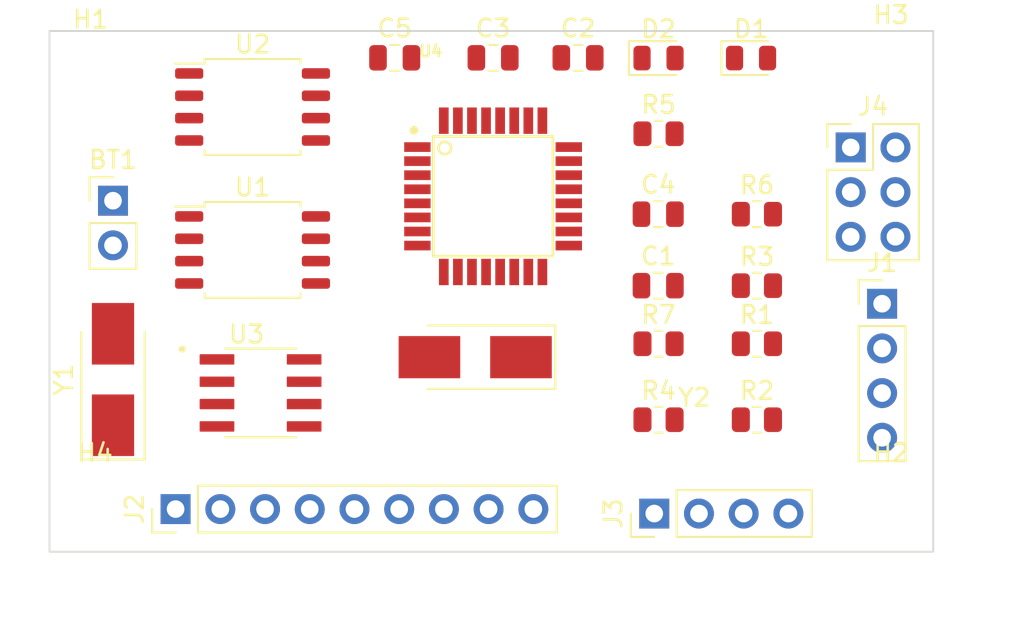
<source format=kicad_pcb>
(kicad_pcb (version 20211014) (generator pcbnew)
  (title_block (title "MCU datalogger") (date "2022-07-31") (rev "V1.0") (comment 1 "Casper Tak") (comment 2 "2-layer-PCB-version"))
  (layers (0 "F.Cu" mixed) (31 "B.Cu" mixed) (34 "B.Paste" user) (35 "F.Paste" user) (36 "B.SilkS" user "B.Silkscreen") (37 "F.SilkS" user "F.Silkscreen") (38 "B.Mask" user) (39 "F.Mask" user) (44 "Edge.Cuts" user))
  (property "project_name" "MCU Datalogger with memory and clock")
  (net 0 "")
  (net 1 "Net-(BT1-Pad1)")
  (net 2 "GND")
  (net 3 "/Vcc")
  (net 4 "Net-(U4-Pad17)")
  (net 5 "Net-(U4-Pad6)")
  (net 6 "Net-(U4-Pad5)")
  (net 7 "Net-(D1-Pad1)")
  (net 8 "/SCL")
  (net 9 "Net-(D2-Pad1)")
  (net 10 "/SDA")
  (net 11 "/D2")
  (net 12 "/D3")
  (net 13 "/D4")
  (net 14 "/D5")
  (net 15 "/D6")
  (net 16 "/D7")
  (net 17 "/D8")
  (net 18 "/RX")
  (net 19 "/TX")
  (net 20 "/MISO")
  (net 21 "/MOSI")
  (net 22 "/RESET")
  (net 23 "Net-(R2-Pad2)")
  (net 24 "Net-(R4-Pad2)")
  (net 25 "Net-(U3-Pad1)")
  (net 26 "Net-(U3-Pad2)")
  (footprint "Connector_PinHeader_2.54mm:PinHeader_1x04_P2.54mm_Vertical" (layer "F.Cu") (at 94.996 103.134)
    (fp_text reference "J1" (at 0 -2.33) (layer "F.SilkS"))
    (fp_text value "Conn_01x04_Male")
    (fp_line (start -1.33 -1.33) (end 0 -1.33) (layer "F.SilkS") (width 0.12))
    (fp_line (start -1.33 1.27) (end -1.33 8.95) (layer "F.SilkS") (width 0.12))
    (fp_line (start -1.33 0) (end -1.33 -1.33) (layer "F.SilkS") (width 0.12))
    (fp_line (start -1.33 1.27) (end 1.33 1.27) (layer "F.SilkS") (width 0.12))
    (fp_line (start 1.33 1.27) (end 1.33 8.95) (layer "F.SilkS") (width 0.12))
    (fp_line (start -1.33 8.95) (end 1.33 8.95) (layer "F.SilkS") (width 0.12))
    (pad "1" thru_hole rect (at 0 0) (size 1.7 1.7) (drill 1) (layers *.Cu *.Mask) (net 2 "GND"))
    (pad "2" thru_hole oval (at 0 2.54) (size 1.7 1.7) (drill 1) (layers *.Cu *.Mask) (net 3 "/Vcc"))
    (pad "3" thru_hole oval (at 0 5.08) (size 1.7 1.7) (drill 1) (layers *.Cu *.Mask) (net 10 "/SDA"))
    (pad "4" thru_hole oval (at 0 7.62) (size 1.7 1.7) (drill 1) (layers *.Cu *.Mask) (net 8 "/SCL"))
  )
  (footprint "Resistor_SMD:R_0805_2012Metric" (layer "F.Cu") (at 87.884 102.108)
    (fp_text reference "R3" (at 0 -1.65) (layer "F.SilkS"))
    (fp_text value "4.7K")
    (fp_line (start -0.227064 0.735) (end 0.227064 0.735) (layer "F.SilkS") (width 0.12))
    (fp_line (start -0.227064 -0.735) (end 0.227064 -0.735) (layer "F.SilkS") (width 0.12))
    (pad "1" smd roundrect (at -0.9125 0) (size 1.025 1.4) (layers "F.Cu" "F.Paste" "F.Mask") (roundrect_rratio 0.243902) (net 3 "/Vcc"))
    (pad "2" smd roundrect (at 0.9125 0) (size 1.025 1.4) (layers "F.Cu" "F.Paste" "F.Mask") (roundrect_rratio 0.243902) (net 10 "/SDA"))
  )
  (footprint "Capacitor_SMD:C_0805_2012Metric" (layer "F.Cu") (at 72.898 89.154)
    (fp_text reference "C3" (at 0 -1.68) (layer "F.SilkS"))
    (fp_text value "100nf")
    (fp_line (start -0.261252 0.735) (end 0.261252 0.735) (layer "F.SilkS") (width 0.12))
    (fp_line (start -0.261252 -0.735) (end 0.261252 -0.735) (layer "F.SilkS") (width 0.12))
    (pad "1" smd roundrect (at -0.95 0) (size 1 1.45) (layers "F.Cu" "F.Paste" "F.Mask") (net 1 "Net-(BT1-Pad1)"))
    (pad "2" smd roundrect (at 0.95 0) (size 1 1.45) (layers "F.Cu" "F.Paste" "F.Mask") (net 2 "GND"))
  )
  (footprint "Footprints:QFP80P900X900X120-32N" (layer "F.Cu") (at 72.898 97.028)
    (fp_text reference "U4" (at -3.543445 -8.250303) (layer "F.SilkS") (effects (font (size 0.641239 0.641239))))
    (fp_text value "ATMEGA328P_VQFNVQFN")
    (fp_line (start 3.4 -3.4) (end 3.4 3.4) (layer "F.SilkS") (width 0.1524))
    (fp_line (start -3.4 3.4) (end -3.4 -3.4) (layer "F.SilkS") (width 0.1524))
    (fp_line (start 3.4 3.4) (end -3.4 3.4) (layer "F.SilkS") (width 0.1524))
    (fp_line (start -3.4 -3.4) (end 3.4 -3.4) (layer "F.SilkS") (width 0.1524))
    (fp_circle (center -2.7432 -2.7432) (end -2.384 -2.7432) (layer "F.SilkS") (width 0.1524) (fill none))
    (fp_circle (center -4.5 -3.75) (end -4.246 -3.75) (layer "F.SilkS") (width 0) (fill solid))
    (pad "1" smd rect locked (at -4.3 -2.8) (size 1.5 0.55) (layers "F.Cu" "F.Paste" "F.Mask") (net 12 "/D3"))
    (pad "2" smd rect locked (at -4.3 -2) (size 1.5 0.55) (layers "F.Cu" "F.Paste" "F.Mask") (net 13 "/D4"))
    (pad "3" smd rect locked (at -4.3 -1.2) (size 1.5 0.55) (layers "F.Cu" "F.Paste" "F.Mask") (net 1 "Net-(BT1-Pad1)"))
    (pad "4" smd rect locked (at -4.3 -0.4) (size 1.5 0.55) (layers "F.Cu" "F.Paste" "F.Mask") (net 2 "GND"))
    (pad "5" smd rect locked (at -4.3 0.4) (size 1.5 0.55) (layers "F.Cu" "F.Paste" "F.Mask") (net 6 "Net-(U4-Pad5)"))
    (pad "6" smd rect locked (at -4.3 1.2) (size 1.5 0.55) (layers "F.Cu" "F.Paste" "F.Mask") (net 5 "Net-(U4-Pad6)"))
    (pad "7" smd rect locked (at -4.3 2) (size 1.5 0.55) (layers "F.Cu" "F.Paste" "F.Mask") (net 14 "/D5"))
    (pad "8" smd rect locked (at -4.3 2.8) (size 1.5 0.55) (layers "F.Cu" "F.Paste" "F.Mask") (net 15 "/D6"))
    (pad "9" smd rect locked (at -2.8 4.3) (size 0.55 1.5) (layers "F.Cu" "F.Paste" "F.Mask") (net 16 "/D7"))
    (pad "10" smd rect locked (at -2 4.3) (size 0.55 1.5) (layers "F.Cu" "F.Paste" "F.Mask") (net 17 "/D8"))
    (pad "11" smd rect locked (at -1.2 4.3) (size 0.55 1.5) (layers "F.Cu" "F.Paste" "F.Mask"))
    (pad "12" smd rect locked (at -0.4 4.3) (size 0.55 1.5) (layers "F.Cu" "F.Paste" "F.Mask"))
    (pad "13" smd rect locked (at 0.4 4.3) (size 0.55 1.5) (layers "F.Cu" "F.Paste" "F.Mask") (net 21 "/MOSI"))
    (pad "14" smd rect locked (at 1.2 4.3) (size 0.55 1.5) (layers "F.Cu" "F.Paste" "F.Mask") (net 20 "/MISO"))
    (pad "15" smd rect locked (at 2 4.3) (size 0.55 1.5) (layers "F.Cu" "F.Paste" "F.Mask") (net 8 "/SCL"))
    (pad "16" smd rect locked (at 2.8 4.3) (size 0.55 1.5) (layers "F.Cu" "F.Paste" "F.Mask") (net 1 "Net-(BT1-Pad1)"))
    (pad "17" smd rect locked (at 4.3 2.8) (size 1.5 0.55) (layers "F.Cu" "F.Paste" "F.Mask") (net 4 "Net-(U4-Pad17)"))
    (pad "18" smd rect locked (at 4.3 2) (size 1.5 0.55) (layers "F.Cu" "F.Paste" "F.Mask") (net 2 "GND"))
    (pad "19" smd rect locked (at 4.3 1.2) (size 1.5 0.55) (layers "F.Cu" "F.Paste" "F.Mask"))
    (pad "20" smd rect locked (at 4.3 0.4) (size 1.5 0.55) (layers "F.Cu" "F.Paste" "F.Mask"))
    (pad "21" smd rect locked (at 4.3 -0.4) (size 1.5 0.55) (layers "F.Cu" "F.Paste" "F.Mask"))
    (pad "22" smd rect locked (at 4.3 -1.2) (size 1.5 0.55) (layers "F.Cu" "F.Paste" "F.Mask"))
    (pad "23" smd rect locked (at 4.3 -2) (size 1.5 0.55) (layers "F.Cu" "F.Paste" "F.Mask") (net 10 "/SDA"))
    (pad "24" smd rect locked (at 4.3 -2.8) (size 1.5 0.55) (layers "F.Cu" "F.Paste" "F.Mask") (net 8 "/SCL"))
    (pad "25" smd rect locked (at 2.8 -4.3) (size 0.55 1.5) (layers "F.Cu" "F.Paste" "F.Mask") (net 22 "/RESET"))
    (pad "26" smd rect locked (at 2 -4.3) (size 0.55 1.5) (layers "F.Cu" "F.Paste" "F.Mask") (net 18 "/RX"))
    (pad "27" smd rect locked (at 1.2 -4.3) (size 0.55 1.5) (layers "F.Cu" "F.Paste" "F.Mask") (net 19 "/TX"))
    (pad "28" smd rect locked (at 0.4 -4.3) (size 0.55 1.5) (layers "F.Cu" "F.Paste" "F.Mask") (net 11 "/D2"))
    (pad "29" smd rect locked (at -0.4 -4.3) (size 0.55 1.5) (layers "F.Cu" "F.Paste" "F.Mask"))
    (pad "30" smd rect locked (at -1.2 -4.3) (size 0.55 1.5) (layers "F.Cu" "F.Paste" "F.Mask"))
    (pad "31" smd rect locked (at -2 -4.3) (size 0.55 1.5) (layers "F.Cu" "F.Paste" "F.Mask"))
    (pad "32" smd rect locked (at -2.8 -4.3) (size 0.55 1.5) (layers "F.Cu" "F.Paste" "F.Mask"))
  )
  (footprint "Resistor_SMD:R_0805_2012Metric" (layer "F.Cu") (at 87.884 98.044)
    (fp_text reference "R6" (at 0 -1.65) (layer "F.SilkS"))
    (fp_text value "10K")
    (fp_line (start -0.227064 -0.735) (end 0.227064 -0.735) (layer "F.SilkS") (width 0.12))
    (fp_line (start -0.227064 0.735) (end 0.227064 0.735) (layer "F.SilkS") (width 0.12))
    (pad "1" smd roundrect (at -0.9125 0) (size 1.025 1.4) (layers "F.Cu" "F.Paste" "F.Mask") (roundrect_rratio 0.243902) (net 3 "/Vcc"))
    (pad "2" smd roundrect (at 0.9125 0) (size 1.025 1.4) (layers "F.Cu" "F.Paste" "F.Mask") (roundrect_rratio 0.243902) (net 22 "/RESET"))
  )
  (footprint "Capacitor_SMD:C_0805_2012Metric" (layer "F.Cu") (at 67.31 89.154)
    (fp_text reference "C5" (at 0 -1.68) (layer "F.SilkS"))
    (fp_text value "22pf")
    (fp_line (start -0.261252 -0.735) (end 0.261252 -0.735) (layer "F.SilkS") (width 0.12))
    (fp_line (start -0.261252 0.735) (end 0.261252 0.735) (layer "F.SilkS") (width 0.12))
    (pad "1" smd roundrect (at -0.95 0) (size 1 1.45) (layers "F.Cu" "F.Paste" "F.Mask") (net 2 "GND"))
    (pad "2" smd roundrect (at 0.95 0) (size 1 1.45) (layers "F.Cu" "F.Paste" "F.Mask") (net 6 "Net-(U4-Pad5)"))
  )
  (footprint "Connector_PinHeader_2.54mm:PinHeader_2x03_P2.54mm_Vertical" (layer "F.Cu") (at 93.213 94.249)
    (fp_text reference "J4" (at 1.27 -2.33) (layer "F.SilkS"))
    (fp_text value "Conn_02x03_Odd_Even")
    (fp_line (start -1.33 6.41) (end 3.87 6.41) (layer "F.SilkS") (width 0.12))
    (fp_line (start -1.33 1.27) (end 1.27 1.27) (layer "F.SilkS") (width 0.12))
    (fp_line (start -1.33 0) (end -1.33 -1.33) (layer "F.SilkS") (width 0.12))
    (fp_line (start -1.33 -1.33) (end 0 -1.33) (layer "F.SilkS") (width 0.12))
    (fp_line (start 1.27 -1.33) (end 3.87 -1.33) (layer "F.SilkS") (width 0.12))
    (fp_line (start 3.87 -1.33) (end 3.87 6.41) (layer "F.SilkS") (width 0.12))
    (fp_line (start 1.27 1.27) (end 1.27 -1.33) (layer "F.SilkS") (width 0.12))
    (fp_line (start -1.33 1.27) (end -1.33 6.41) (layer "F.SilkS") (width 0.12))
    (pad "1" thru_hole rect (at 0 0) (size 1.7 1.7) (drill 1) (layers *.Cu *.Mask) (net 20 "/MISO"))
    (pad "2" thru_hole oval (at 2.54 0) (size 1.7 1.7) (drill 1) (layers *.Cu *.Mask) (net 3 "/Vcc"))
    (pad "3" thru_hole oval (at 0 2.54) (size 1.7 1.7) (drill 1) (layers *.Cu *.Mask) (net 8 "/SCL"))
    (pad "4" thru_hole oval (at 2.54 2.54) (size 1.7 1.7) (drill 1) (layers *.Cu *.Mask) (net 21 "/MOSI"))
    (pad "5" thru_hole oval (at 0 5.08) (size 1.7 1.7) (drill 1) (layers *.Cu *.Mask) (net 22 "/RESET"))
    (pad "6" thru_hole oval (at 2.54 5.08) (size 1.7 1.7) (drill 1) (layers *.Cu *.Mask) (net 2 "GND"))
  )
  (footprint "Crystal:Crystal_SMD_5032-2Pin_5.0x3.2mm_HandSoldering" (layer "F.Cu") (at 71.882 106.172 180)
    (fp_text reference "Y2" (at -12.446 -2.292) (layer "F.SilkS"))
    (fp_text value "16 MHz")
    (fp_line (start -4.55 1.8) (end 2.7 1.8) (layer "F.SilkS") (width 0.12))
    (fp_line (start 2.7 -1.8) (end -4.55 -1.8) (layer "F.SilkS") (width 0.12))
    (fp_line (start -4.55 -1.8) (end -4.55 1.8) (layer "F.SilkS") (width 0.12))
    (pad "1" smd rect (at -2.6 0 180) (size 3.5 2.4) (layers "F.Cu" "F.Paste" "F.Mask") (net 5 "Net-(U4-Pad6)"))
    (pad "2" smd rect (at 2.6 0 180) (size 3.5 2.4) (layers "F.Cu" "F.Paste" "F.Mask") (net 6 "Net-(U4-Pad5)"))
  )
  (footprint "MountingHole:MountingHole_2.1mm" (layer "F.Cu") (at 50.292 114.808)
    (fp_text reference "H4" (at 0 -3.2) (layer "F.SilkS"))
    (fp_text value "MountingHole")
    (pad "" np_thru_hole circle (at 0 0) (size 2.1 2.1) (drill 2.1) (layers *.Cu *.Mask))
  )
  (footprint "Package_SO:SOIC-8_5.23x5.23mm_P1.27mm" (layer "F.Cu") (at 59.235 91.948)
    (fp_text reference "U2" (at 0 -3.56) (layer "F.SilkS"))
    (fp_text value "24LC1025")
    (fp_line (start -2.725 2.725) (end -2.725 2.465) (layer "F.SilkS") (width 0.12))
    (fp_line (start 0 2.725) (end -2.725 2.725) (layer "F.SilkS") (width 0.12))
    (fp_line (start 0 -2.725) (end 2.725 -2.725) (layer "F.SilkS") (width 0.12))
    (fp_line (start 2.725 -2.725) (end 2.725 -2.465) (layer "F.SilkS") (width 0.12))
    (fp_line (start -2.725 -2.465) (end -4.4 -2.465) (layer "F.SilkS") (width 0.12))
    (fp_line (start 2.725 2.725) (end 2.725 2.465) (layer "F.SilkS") (width 0.12))
    (fp_line (start 0 -2.725) (end -2.725 -2.725) (layer "F.SilkS") (width 0.12))
    (fp_line (start -2.725 -2.725) (end -2.725 -2.465) (layer "F.SilkS") (width 0.12))
    (fp_line (start 0 2.725) (end 2.725 2.725) (layer "F.SilkS") (width 0.12))
    (pad "1" smd roundrect (at -3.6 -1.905) (size 1.6 0.6) (layers "F.Cu" "F.Paste" "F.Mask") (net 3 "/Vcc"))
    (pad "2" smd roundrect (at -3.6 -0.635) (size 1.6 0.6) (layers "F.Cu" "F.Paste" "F.Mask") (net 2 "GND"))
    (pad "3" smd roundrect (at -3.6 0.635) (size 1.6 0.6) (layers "F.Cu" "F.Paste" "F.Mask") (net 3 "/Vcc"))
    (pad "4" smd roundrect (at -3.6 1.905) (size 1.6 0.6) (layers "F.Cu" "F.Paste" "F.Mask") (net 2 "GND"))
    (pad "5" smd roundrect (at 3.6 1.905) (size 1.6 0.6) (layers "F.Cu" "F.Paste" "F.Mask") (net 10 "/SDA"))
    (pad "6" smd roundrect (at 3.6 0.635) (size 1.6 0.6) (layers "F.Cu" "F.Paste" "F.Mask") (net 8 "/SCL"))
    (pad "7" smd roundrect (at 3.6 -0.635) (size 1.6 0.6) (layers "F.Cu" "F.Paste" "F.Mask") (net 2 "GND"))
    (pad "8" smd roundrect (at 3.6 -1.905) (size 1.6 0.6) (layers "F.Cu" "F.Paste" "F.Mask") (net 3 "/Vcc"))
  )
  (footprint "Connector_PinHeader_2.54mm:PinHeader_1x02_P2.54mm_Vertical" (layer "F.Cu") (at 51.308 97.277)
    (fp_text reference "BT1" (at 0 -2.33) (layer "F.SilkS"))
    (fp_text value "Battery")
    (fp_line (start -1.33 1.27) (end -1.33 3.87) (layer "F.SilkS") (width 0.12))
    (fp_line (start -1.33 0) (end -1.33 -1.33) (layer "F.SilkS") (width 0.12))
    (fp_line (start -1.33 -1.33) (end 0 -1.33) (layer "F.SilkS") (width 0.12))
    (fp_line (start -1.33 1.27) (end 1.33 1.27) (layer "F.SilkS") (width 0.12))
    (fp_line (start -1.33 3.87) (end 1.33 3.87) (layer "F.SilkS") (width 0.12))
    (fp_line (start 1.33 1.27) (end 1.33 3.87) (layer "F.SilkS") (width 0.12))
    (pad "1" thru_hole rect (at 0 0) (size 1.7 1.7) (drill 1) (layers *.Cu *.Mask) (net 1 "Net-(BT1-Pad1)"))
    (pad "2" thru_hole oval (at 0 2.54) (size 1.7 1.7) (drill 1) (layers *.Cu *.Mask) (net 2 "GND"))
  )
  (footprint "MountingHole:MountingHole_2.1mm" (layer "F.Cu") (at 95.504 89.916)
    (fp_text reference "H3" (at 0 -3.2) (layer "F.SilkS"))
    (fp_text value "MountingHole")
    (pad "" np_thru_hole circle (at 0 0) (size 2.1 2.1) (drill 2.1) (layers *.Cu *.Mask))
  )
  (footprint "Capacitor_SMD:C_0805_2012Metric" (layer "F.Cu") (at 82.276 98.044)
    (fp_text reference "C4" (at 0 -1.68) (layer "F.SilkS"))
    (fp_text value "22pf")
    (fp_line (start -0.261252 0.735) (end 0.261252 0.735) (layer "F.SilkS") (width 0.12))
    (fp_line (start -0.261252 -0.735) (end 0.261252 -0.735) (layer "F.SilkS") (width 0.12))
    (pad "1" smd roundrect (at -0.95 0) (size 1 1.45) (layers "F.Cu" "F.Paste" "F.Mask") (net 2 "GND"))
    (pad "2" smd roundrect (at 0.95 0) (size 1 1.45) (layers "F.Cu" "F.Paste" "F.Mask") (net 5 "Net-(U4-Pad6)"))
  )
  (footprint "Footprints:SOIC127P600X175-8N" (layer "F.Cu") (at 59.69 108.204)
    (fp_text reference "U3" (at -0.795 -3.332) (layer "F.SilkS"))
    (fp_text value "DS1337S+")
    (fp_line (start -2 -2.52) (end 2 -2.52) (layer "F.SilkS") (width 0.127))
    (fp_line (start -2 2.52) (end 2 2.52) (layer "F.SilkS") (width 0.127))
    (fp_circle (center -4.445 -2.495) (end -4.345 -2.495) (layer "F.SilkS") (width 0.2) (fill none))
    (pad "1" smd roundrect locked (at -2.475 -1.905) (size 1.97 0.59) (layers "F.Cu" "F.Paste" "F.Mask") (roundrect_rratio 0.07) (net 25 "Net-(U3-Pad1)"))
    (pad "2" smd roundrect locked (at -2.475 -0.635) (size 1.97 0.59) (layers "F.Cu" "F.Paste" "F.Mask") (roundrect_rratio 0.07) (net 26 "Net-(U3-Pad2)"))
    (pad "3" smd roundrect locked (at -2.475 0.635) (size 1.97 0.59) (layers "F.Cu" "F.Paste" "F.Mask") (roundrect_rratio 0.07) (net 23 "Net-(R2-Pad2)"))
    (pad "4" smd roundrect locked (at -2.475 1.905) (size 1.97 0.59) (layers "F.Cu" "F.Paste" "F.Mask") (roundrect_rratio 0.07) (net 2 "GND"))
    (pad "5" smd roundrect locked (at 2.475 1.905) (size 1.97 0.59) (layers "F.Cu" "F.Paste" "F.Mask") (roundrect_rratio 0.07) (net 10 "/SDA"))
    (pad "6" smd roundrect locked (at 2.475 0.635) (size 1.97 0.59) (layers "F.Cu" "F.Paste" "F.Mask") (roundrect_rratio 0.07) (net 8 "/SCL"))
    (pad "7" smd roundrect locked (at 2.475 -0.635) (size 1.97 0.59) (layers "F.Cu" "F.Paste" "F.Mask") (roundrect_rratio 0.07) (net 24 "Net-(R4-Pad2)"))
    (pad "8" smd roundrect locked (at 2.475 -1.905) (size 1.97 0.59) (layers "F.Cu" "F.Paste" "F.Mask") (roundrect_rratio 0.07) (net 3 "/Vcc"))
  )
  (footprint "Resistor_SMD:R_0805_2012Metric" (layer "F.Cu") (at 87.884 109.728)
    (fp_text reference "R2" (at 0 -1.65) (layer "F.SilkS"))
    (fp_text value "10K")
    (fp_line (start -0.227064 0.735) (end 0.227064 0.735) (layer "F.SilkS") (width 0.12))
    (fp_line (start -0.227064 -0.735) (end 0.227064 -0.735) (layer "F.SilkS") (width 0.12))
    (pad "1" smd roundrect (at -0.9125 0) (size 1.025 1.4) (layers "F.Cu" "F.Paste" "F.Mask") (roundrect_rratio 0.243902) (net 3 "/Vcc"))
    (pad "2" smd roundrect (at 0.9125 0) (size 1.025 1.4) (layers "F.Cu" "F.Paste" "F.Mask") (roundrect_rratio 0.243902) (net 23 "Net-(R2-Pad2)"))
  )
  (footprint "Package_SO:SOIC-8_5.23x5.23mm_P1.27mm" (layer "F.Cu") (at 59.235 100.076)
    (fp_text reference "U1" (at 0 -3.56) (layer "F.SilkS"))
    (fp_text value "24LC1025")
    (fp_line (start -2.725 2.725) (end -2.725 2.465) (layer "F.SilkS") (width 0.12))
    (fp_line (start -2.725 -2.725) (end -2.725 -2.465) (layer "F.SilkS") (width 0.12))
    (fp_line (start 0 -2.725) (end 2.725 -2.725) (layer "F.SilkS") (width 0.12))
    (fp_line (start 2.725 2.725) (end 2.725 2.465) (layer "F.SilkS") (width 0.12))
    (fp_line (start 0 2.725) (end 2.725 2.725) (layer "F.SilkS") (width 0.12))
    (fp_line (start 0 2.725) (end -2.725 2.725) (layer "F.SilkS") (width 0.12))
    (fp_line (start 0 -2.725) (end -2.725 -2.725) (layer "F.SilkS") (width 0.12))
    (fp_line (start -2.725 -2.465) (end -4.4 -2.465) (layer "F.SilkS") (width 0.12))
    (fp_line (start 2.725 -2.725) (end 2.725 -2.465) (layer "F.SilkS") (width 0.12))
    (pad "1" smd roundrect (at -3.6 -1.905) (size 1.6 0.6) (layers "F.Cu" "F.Paste" "F.Mask") (net 3 "/Vcc"))
    (pad "2" smd roundrect (at -3.6 -0.635) (size 1.6 0.6) (layers "F.Cu" "F.Paste" "F.Mask") (net 3 "/Vcc"))
    (pad "3" smd roundrect (at -3.6 0.635) (size 1.6 0.6) (layers "F.Cu" "F.Paste" "F.Mask") (net 3 "/Vcc"))
    (pad "4" smd roundrect (at -3.6 1.905) (size 1.6 0.6) (layers "F.Cu" "F.Paste" "F.Mask") (net 2 "GND"))
    (pad "5" smd roundrect (at 3.6 1.905) (size 1.6 0.6) (layers "F.Cu" "F.Paste" "F.Mask") (net 10 "/SDA"))
    (pad "6" smd roundrect (at 3.6 0.635) (size 1.6 0.6) (layers "F.Cu" "F.Paste" "F.Mask") (net 8 "/SCL"))
    (pad "7" smd roundrect (at 3.6 -0.635) (size 1.6 0.6) (layers "F.Cu" "F.Paste" "F.Mask") (net 2 "GND"))
    (pad "8" smd roundrect (at 3.6 -1.905) (size 1.6 0.6) (layers "F.Cu" "F.Paste" "F.Mask") (net 3 "/Vcc"))
  )
  (footprint "LED_SMD:LED_0805_2012Metric" (layer "F.Cu") (at 82.296 89.169)
    (fp_text reference "D2" (at 0 -1.65) (layer "F.SilkS"))
    (fp_text value "LED")
    (fp_line (start -1.685 -0.96) (end -1.685 0.96) (layer "F.SilkS") (width 0.12))
    (fp_line (start -1.685 0.96) (end 1 0.96) (layer "F.SilkS") (width 0.12))
    (fp_line (start 1 -0.96) (end -1.685 -0.96) (layer "F.SilkS") (width 0.12))
    (pad "1" smd roundrect (at -0.9375 0) (size 0.975 1.4) (layers "F.Cu" "F.Paste" "F.Mask") (net 9 "Net-(D2-Pad1)"))
    (pad "2" smd roundrect (at 0.9375 0) (size 0.975 1.4) (layers "F.Cu" "F.Paste" "F.Mask") (net 1 "Net-(BT1-Pad1)"))
  )
  (footprint "Connector_PinHeader_2.54mm:PinHeader_1x04_P2.54mm_Vertical" (layer "F.Cu") (at 82.052 115.062 90)
    (fp_text reference "J3" (at 0 -2.33 90) (layer "F.SilkS"))
    (fp_text value "Conn_01x04_Male")
    (fp_line (start -1.33 0) (end -1.33 -1.33) (layer "F.SilkS") (width 0.12))
    (fp_line (start -1.33 1.27) (end 1.33 1.27) (layer "F.SilkS") (width 0.12))
    (fp_line (start -1.33 -1.33) (end 0 -1.33) (layer "F.SilkS") (width 0.12))
    (fp_line (start -1.33 8.95) (end 1.33 8.95) (layer "F.SilkS") (width 0.12))
    (fp_line (start 1.33 1.27) (end 1.33 8.95) (layer "F.SilkS") (width 0.12))
    (fp_line (start -1.33 1.27) (end -1.33 8.95) (layer "F.SilkS") (width 0.12))
    (pad "1" thru_hole rect (at 0 0 90) (size 1.7 1.7) (drill 1) (layers *.Cu *.Mask) (net 2 "GND"))
    (pad "2" thru_hole oval (at 0 2.54 90) (size 1.7 1.7) (drill 1) (layers *.Cu *.Mask) (net 3 "/Vcc"))
    (pad "3" thru_hole oval (at 0 5.08 90) (size 1.7 1.7) (drill 1) (layers *.Cu *.Mask) (net 18 "/RX"))
    (pad "4" thru_hole oval (at 0 7.62 90) (size 1.7 1.7) (drill 1) (layers *.Cu *.Mask) (net 19 "/TX"))
  )
  (footprint "MountingHole:MountingHole_2.1mm" (layer "F.Cu") (at 50.038 90.17)
    (fp_text reference "H1" (at 0 -3.2) (layer "F.SilkS"))
    (fp_text value "MountingHole")
    (pad "" np_thru_hole circle (at 0 0) (size 2.1 2.1) (drill 2.1) (layers *.Cu *.Mask))
  )
  (footprint "Capacitor_SMD:C_0805_2012Metric" (layer "F.Cu") (at 82.276 102.108)
    (fp_text reference "C1" (at 0 -1.68) (layer "F.SilkS"))
    (fp_text value "0.1uf")
    (fp_line (start -0.261252 -0.735) (end 0.261252 -0.735) (layer "F.SilkS") (width 0.12))
    (fp_line (start -0.261252 0.735) (end 0.261252 0.735) (layer "F.SilkS") (width 0.12))
    (pad "1" smd roundrect (at -0.95 0) (size 1 1.45) (layers "F.Cu" "F.Paste" "F.Mask") (net 3 "/Vcc"))
    (pad "2" smd roundrect (at 0.95 0) (size 1 1.45) (layers "F.Cu" "F.Paste" "F.Mask") (net 2 "GND"))
  )
  (footprint "Resistor_SMD:R_0805_2012Metric" (layer "F.Cu") (at 87.884 105.41)
    (fp_text reference "R1" (at 0 -1.65) (layer "F.SilkS"))
    (fp_text value "4.7K")
    (fp_line (start -0.227064 0.735) (end 0.227064 0.735) (layer "F.SilkS") (width 0.12))
    (fp_line (start -0.227064 -0.735) (end 0.227064 -0.735) (layer "F.SilkS") (width 0.12))
    (pad "1" smd roundrect (at -0.9125 0) (size 1.025 1.4) (layers "F.Cu" "F.Paste" "F.Mask") (roundrect_rratio 0.243902) (net 3 "/Vcc"))
    (pad "2" smd roundrect (at 0.9125 0) (size 1.025 1.4) (layers "F.Cu" "F.Paste" "F.Mask") (roundrect_rratio 0.243902) (net 8 "/SCL"))
  )
  (footprint "Resistor_SMD:R_0805_2012Metric" (layer "F.Cu") (at 82.296 93.472)
    (fp_text reference "R5" (at 0 -1.65) (layer "F.SilkS"))
    (fp_text value "330")
    (fp_line (start -0.227064 0.735) (end 0.227064 0.735) (layer "F.SilkS") (width 0.12))
    (fp_line (start -0.227064 -0.735) (end 0.227064 -0.735) (layer "F.SilkS") (width 0.12))
    (pad "1" smd roundrect (at -0.9125 0) (size 1.025 1.4) (layers "F.Cu" "F.Paste" "F.Mask") (roundrect_rratio 0.243902) (net 7 "Net-(D1-Pad1)"))
    (pad "2" smd roundrect (at 0.9125 0) (size 1.025 1.4) (layers "F.Cu" "F.Paste" "F.Mask") (roundrect_rratio 0.243902) (net 2 "GND"))
  )
  (footprint "LED_SMD:LED_0805_2012Metric" (layer "F.Cu") (at 87.5515 89.169)
    (fp_text reference "D1" (at 0 -1.65) (layer "F.SilkS"))
    (fp_text value "LED")
    (fp_line (start 1 -0.96) (end -1.685 -0.96) (layer "F.SilkS") (width 0.12))
    (fp_line (start -1.685 -0.96) (end -1.685 0.96) (layer "F.SilkS") (width 0.12))
    (fp_line (start -1.685 0.96) (end 1 0.96) (layer "F.SilkS") (width 0.12))
    (pad "1" smd roundrect (at -0.9375 0) (size 0.975 1.4) (layers "F.Cu" "F.Paste" "F.Mask") (net 7 "Net-(D1-Pad1)"))
    (pad "2" smd roundrect (at 0.9375 0) (size 0.975 1.4) (layers "F.Cu" "F.Paste" "F.Mask") (net 8 "/SCL"))
  )
  (footprint "Crystal:Crystal_SMD_5032-2Pin_5.0x3.2mm_HandSoldering" (layer "F.Cu") (at 51.308 107.442 90)
    (fp_text reference "Y1" (at 0 -2.8 90) (layer "F.SilkS"))
    (fp_text value "32.768 KHz")
    (fp_line (start 2.7 -1.8) (end -4.55 -1.8) (layer "F.SilkS") (width 0.12))
    (fp_line (start -4.55 1.8) (end 2.7 1.8) (layer "F.SilkS") (width 0.12))
    (fp_line (start -4.55 -1.8) (end -4.55 1.8) (layer "F.SilkS") (width 0.12))
    (pad "1" smd rect (at -2.6 0 90) (size 3.5 2.4) (layers "F.Cu" "F.Paste" "F.Mask") (net 26 "Net-(U3-Pad2)"))
    (pad "2" smd rect (at 2.6 0 90) (size 3.5 2.4) (layers "F.Cu" "F.Paste" "F.Mask") (net 25 "Net-(U3-Pad1)"))
  )
  (footprint "Resistor_SMD:R_0805_2012Metric" (layer "F.Cu") (at 82.296 109.728)
    (fp_text reference "R4" (at 0 -1.65) (layer "F.SilkS"))
    (fp_text value "10K")
    (fp_line (start -0.227064 0.735) (end 0.227064 0.735) (layer "F.SilkS") (width 0.12))
    (fp_line (start -0.227064 -0.735) (end 0.227064 -0.735) (layer "F.SilkS") (width 0.12))
    (pad "1" smd roundrect (at -0.9125 0) (size 1.025 1.4) (layers "F.Cu" "F.Paste" "F.Mask") (roundrect_rratio 0.243902) (net 3 "/Vcc"))
    (pad "2" smd roundrect (at 0.9125 0) (size 1.025 1.4) (layers "F.Cu" "F.Paste" "F.Mask") (roundrect_rratio 0.243902) (net 24 "Net-(R4-Pad2)"))
  )
  (footprint "Connector_PinHeader_2.54mm:PinHeader_1x09_P2.54mm_Vertical" (layer "F.Cu") (at 54.864 114.808 90)
    (fp_text reference "J2" (at 0 -2.33 90) (layer "F.SilkS"))
    (fp_text value "Conn_01x09_Male")
    (fp_line (start -1.33 -1.33) (end 0 -1.33) (layer "F.SilkS") (width 0.12))
    (fp_line (start -1.33 21.65) (end 1.33 21.65) (layer "F.SilkS") (width 0.12))
    (fp_line (start -1.33 1.27) (end 1.33 1.27) (layer "F.SilkS") (width 0.12))
    (fp_line (start 1.33 1.27) (end 1.33 21.65) (layer "F.SilkS") (width 0.12))
    (fp_line (start -1.33 1.27) (end -1.33 21.65) (layer "F.SilkS") (width 0.12))
    (fp_line (start -1.33 0) (end -1.33 -1.33) (layer "F.SilkS") (width 0.12))
    (pad "1" thru_hole rect (at 0 0 90) (size 1.7 1.7) (drill 1) (layers *.Cu *.Mask) (net 11 "/D2"))
    (pad "2" thru_hole oval (at 0 2.54 90) (size 1.7 1.7) (drill 1) (layers *.Cu *.Mask) (net 12 "/D3"))
    (pad "3" thru_hole oval (at 0 5.08 90) (size 1.7 1.7) (drill 1) (layers *.Cu *.Mask) (net 13 "/D4"))
    (pad "4" thru_hole oval (at 0 7.62 90) (size 1.7 1.7) (drill 1) (layers *.Cu *.Mask) (net 14 "/D5"))
    (pad "5" thru_hole oval (at 0 10.16 90) (size 1.7 1.7) (drill 1) (layers *.Cu *.Mask) (net 15 "/D6"))
    (pad "6" thru_hole oval (at 0 12.7 90) (size 1.7 1.7) (drill 1) (layers *.Cu *.Mask) (net 16 "/D7"))
    (pad "7" thru_hole oval (at 0 15.24 90) (size 1.7 1.7) (drill 1) (layers *.Cu *.Mask) (net 17 "/D8"))
    (pad "8" thru_hole oval (at 0 17.78 90) (size 1.7 1.7) (drill 1) (layers *.Cu *.Mask) (net 2 "GND"))
    (pad "9" thru_hole oval (at 0 20.32 90) (size 1.7 1.7) (drill 1) (layers *.Cu *.Mask) (net 3 "/Vcc"))
  )
  (footprint "MountingHole:MountingHole_2.1mm" (layer "F.Cu") (at 95.504 114.808)
    (fp_text reference "H2" (at 0 -3.2) (layer "F.SilkS"))
    (fp_text value "MountingHole")
    (pad "" np_thru_hole circle (at 0 0) (size 2.1 2.1) (drill 2.1) (layers *.Cu *.Mask))
  )
  (footprint "Resistor_SMD:R_0805_2012Metric" (layer "F.Cu") (at 82.296 105.41)
    (fp_text reference "R7" (at 0 -1.65) (layer "F.SilkS"))
    (fp_text value "330")
    (fp_line (start -0.227064 -0.735) (end 0.227064 -0.735) (layer "F.SilkS") (width 0.12))
    (fp_line (start -0.227064 0.735) (end 0.227064 0.735) (layer "F.SilkS") (width 0.12))
    (pad "1" smd roundrect (at -0.9125 0) (size 1.025 1.4) (layers "F.Cu" "F.Paste" "F.Mask") (roundrect_rratio 0.243902) (net 2 "GND"))
    (pad "2" smd roundrect (at 0.9125 0) (size 1.025 1.4) (layers "F.Cu" "F.Paste" "F.Mask") (roundrect_rratio 0.243902) (net 9 "Net-(D2-Pad1)"))
  )
  (footprint "Capacitor_SMD:C_0805_2012Metric" (layer "F.Cu") (at 77.724 89.154)
    (fp_text reference "C2" (at 0 -1.68) (layer "F.SilkS"))
    (fp_text value "0.1uf")
    (fp_line (start -0.261252 -0.735) (end 0.261252 -0.735) (layer "F.SilkS") (width 0.12))
    (fp_line (start -0.261252 0.735) (end 0.261252 0.735) (layer "F.SilkS") (width 0.12))
    (pad "1" smd roundrect (at -0.95 0) (size 1 1.45) (layers "F.Cu" "F.Paste" "F.Mask") (net 2 "GND"))
    (pad "2" smd roundrect (at 0.95 0) (size 1 1.45) (layers "F.Cu" "F.Paste" "F.Mask") (net 4 "Net-(U4-Pad17)"))
  )
  (gr_rect (start 47.7 87.63) (end 97.9 117.23) (layer "Edge.Cuts") (width 0.1) (fill none))
)
</source>
